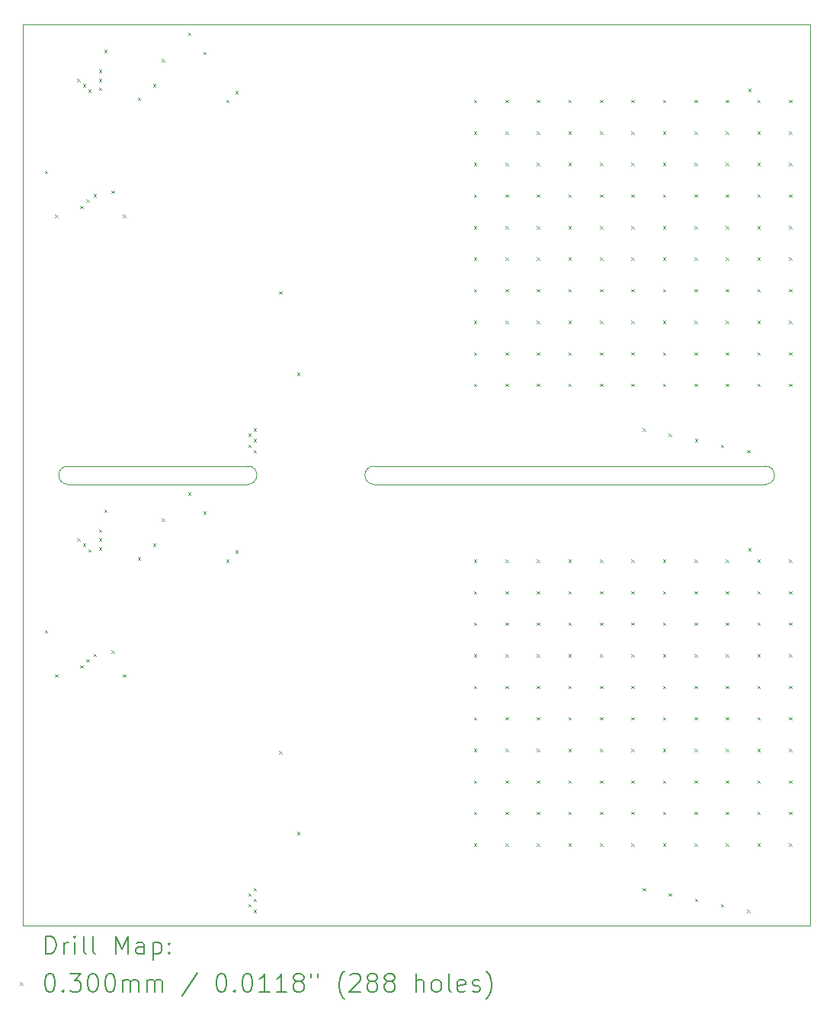
<source format=gbr>
%TF.GenerationSoftware,KiCad,Pcbnew,(6.0.9)*%
%TF.CreationDate,2023-02-03T02:11:28-05:00*%
%TF.ProjectId,businesscard_panel,62757369-6e65-4737-9363-6172645f7061,rev?*%
%TF.SameCoordinates,Original*%
%TF.FileFunction,Drillmap*%
%TF.FilePolarity,Positive*%
%FSLAX45Y45*%
G04 Gerber Fmt 4.5, Leading zero omitted, Abs format (unit mm)*
G04 Created by KiCad (PCBNEW (6.0.9)) date 2023-02-03 02:11:28*
%MOMM*%
%LPD*%
G01*
G04 APERTURE LIST*
%ADD10C,0.050000*%
%ADD11C,0.200000*%
%ADD12C,0.030000*%
G04 APERTURE END LIST*
D10*
X18750000Y-5000000D02*
X10000000Y-5000000D01*
X10000000Y-5000000D02*
X10000000Y-15000000D01*
X10000000Y-15000000D02*
X18750000Y-15000000D01*
X18750000Y-15000000D02*
X18750000Y-5000000D01*
X10500000Y-10100000D02*
X12500001Y-10100000D01*
X18250002Y-10100000D02*
G75*
G03*
X18250002Y-9900000I-2J100000D01*
G01*
X13900000Y-9900000D02*
G75*
G03*
X13900000Y-10100000I0J-100000D01*
G01*
X12500001Y-9900000D02*
X10500000Y-9900000D01*
X18250002Y-9900000D02*
X13900000Y-9900000D01*
X13900000Y-10100000D02*
X18250002Y-10100000D01*
X12500001Y-10100000D02*
G75*
G03*
X12500001Y-9900000I-1J100000D01*
G01*
X10500000Y-9900000D02*
G75*
G03*
X10500000Y-10100000I0J-100000D01*
G01*
D11*
D12*
X10245000Y-6620000D02*
X10275000Y-6650000D01*
X10275000Y-6620000D02*
X10245000Y-6650000D01*
X10245000Y-11720000D02*
X10275000Y-11750000D01*
X10275000Y-11720000D02*
X10245000Y-11750000D01*
X10360000Y-7110000D02*
X10390000Y-7140000D01*
X10390000Y-7110000D02*
X10360000Y-7140000D01*
X10360000Y-12210000D02*
X10390000Y-12240000D01*
X10390000Y-12210000D02*
X10360000Y-12240000D01*
X10605000Y-5600000D02*
X10635000Y-5630000D01*
X10635000Y-5600000D02*
X10605000Y-5630000D01*
X10605000Y-10700000D02*
X10635000Y-10730000D01*
X10635000Y-10700000D02*
X10605000Y-10730000D01*
X10635000Y-7010000D02*
X10665000Y-7040000D01*
X10665000Y-7010000D02*
X10635000Y-7040000D01*
X10635000Y-12110000D02*
X10665000Y-12140000D01*
X10665000Y-12110000D02*
X10635000Y-12140000D01*
X10665000Y-5660000D02*
X10695000Y-5690000D01*
X10695000Y-5660000D02*
X10665000Y-5690000D01*
X10665000Y-10760000D02*
X10695000Y-10790000D01*
X10695000Y-10760000D02*
X10665000Y-10790000D01*
X10705000Y-6940000D02*
X10735000Y-6970000D01*
X10735000Y-6940000D02*
X10705000Y-6970000D01*
X10705000Y-12040000D02*
X10735000Y-12070000D01*
X10735000Y-12040000D02*
X10705000Y-12070000D01*
X10725000Y-5720000D02*
X10755000Y-5750000D01*
X10755000Y-5720000D02*
X10725000Y-5750000D01*
X10725000Y-10820000D02*
X10755000Y-10850000D01*
X10755000Y-10820000D02*
X10725000Y-10850000D01*
X10785000Y-6880000D02*
X10815000Y-6910000D01*
X10815000Y-6880000D02*
X10785000Y-6910000D01*
X10785000Y-11980000D02*
X10815000Y-12010000D01*
X10815000Y-11980000D02*
X10785000Y-12010000D01*
X10845000Y-5500000D02*
X10875000Y-5530000D01*
X10875000Y-5500000D02*
X10845000Y-5530000D01*
X10845000Y-5600000D02*
X10875000Y-5630000D01*
X10875000Y-5600000D02*
X10845000Y-5630000D01*
X10845000Y-5700000D02*
X10875000Y-5730000D01*
X10875000Y-5700000D02*
X10845000Y-5730000D01*
X10845000Y-10600000D02*
X10875000Y-10630000D01*
X10875000Y-10600000D02*
X10845000Y-10630000D01*
X10845000Y-10700000D02*
X10875000Y-10730000D01*
X10875000Y-10700000D02*
X10845000Y-10730000D01*
X10845000Y-10800000D02*
X10875000Y-10830000D01*
X10875000Y-10800000D02*
X10845000Y-10830000D01*
X10905000Y-5280000D02*
X10935000Y-5310000D01*
X10935000Y-5280000D02*
X10905000Y-5310000D01*
X10905000Y-10380000D02*
X10935000Y-10410000D01*
X10935000Y-10380000D02*
X10905000Y-10410000D01*
X10982500Y-6842500D02*
X11012500Y-6872500D01*
X11012500Y-6842500D02*
X10982500Y-6872500D01*
X10982500Y-11942500D02*
X11012500Y-11972500D01*
X11012500Y-11942500D02*
X10982500Y-11972500D01*
X11110000Y-7110000D02*
X11140000Y-7140000D01*
X11140000Y-7110000D02*
X11110000Y-7140000D01*
X11110000Y-12210000D02*
X11140000Y-12240000D01*
X11140000Y-12210000D02*
X11110000Y-12240000D01*
X11275000Y-5810000D02*
X11305000Y-5840000D01*
X11305000Y-5810000D02*
X11275000Y-5840000D01*
X11275000Y-10910000D02*
X11305000Y-10940000D01*
X11305000Y-10910000D02*
X11275000Y-10940000D01*
X11445000Y-5660000D02*
X11475000Y-5690000D01*
X11475000Y-5660000D02*
X11445000Y-5690000D01*
X11445000Y-10760000D02*
X11475000Y-10790000D01*
X11475000Y-10760000D02*
X11445000Y-10790000D01*
X11545000Y-5380000D02*
X11575000Y-5410000D01*
X11575000Y-5380000D02*
X11545000Y-5410000D01*
X11545000Y-10480000D02*
X11575000Y-10510000D01*
X11575000Y-10480000D02*
X11545000Y-10510000D01*
X11835000Y-5090000D02*
X11865000Y-5120000D01*
X11865000Y-5090000D02*
X11835000Y-5120000D01*
X11835000Y-10190000D02*
X11865000Y-10220000D01*
X11865000Y-10190000D02*
X11835000Y-10220000D01*
X12005000Y-5300000D02*
X12035000Y-5330000D01*
X12035000Y-5300000D02*
X12005000Y-5330000D01*
X12005000Y-10400000D02*
X12035000Y-10430000D01*
X12035000Y-10400000D02*
X12005000Y-10430000D01*
X12260000Y-5835000D02*
X12290000Y-5865000D01*
X12290000Y-5835000D02*
X12260000Y-5865000D01*
X12260000Y-10935000D02*
X12290000Y-10965000D01*
X12290000Y-10935000D02*
X12260000Y-10965000D01*
X12360000Y-5735000D02*
X12390000Y-5765000D01*
X12390000Y-5735000D02*
X12360000Y-5765000D01*
X12360000Y-10835000D02*
X12390000Y-10865000D01*
X12390000Y-10835000D02*
X12360000Y-10865000D01*
X12505000Y-9540000D02*
X12535000Y-9570000D01*
X12535000Y-9540000D02*
X12505000Y-9570000D01*
X12505000Y-9660000D02*
X12535000Y-9690000D01*
X12535000Y-9660000D02*
X12505000Y-9690000D01*
X12505000Y-14640000D02*
X12535000Y-14670000D01*
X12535000Y-14640000D02*
X12505000Y-14670000D01*
X12505000Y-14760000D02*
X12535000Y-14790000D01*
X12535000Y-14760000D02*
X12505000Y-14790000D01*
X12565000Y-9480000D02*
X12595000Y-9510000D01*
X12595000Y-9480000D02*
X12565000Y-9510000D01*
X12565000Y-9600000D02*
X12595000Y-9630000D01*
X12595000Y-9600000D02*
X12565000Y-9630000D01*
X12565000Y-9720000D02*
X12595000Y-9750000D01*
X12595000Y-9720000D02*
X12565000Y-9750000D01*
X12565000Y-14580000D02*
X12595000Y-14610000D01*
X12595000Y-14580000D02*
X12565000Y-14610000D01*
X12565000Y-14700000D02*
X12595000Y-14730000D01*
X12595000Y-14700000D02*
X12565000Y-14730000D01*
X12565000Y-14820000D02*
X12595000Y-14850000D01*
X12595000Y-14820000D02*
X12565000Y-14850000D01*
X12845000Y-7960000D02*
X12875000Y-7990000D01*
X12875000Y-7960000D02*
X12845000Y-7990000D01*
X12845000Y-13060000D02*
X12875000Y-13090000D01*
X12875000Y-13060000D02*
X12845000Y-13090000D01*
X13045000Y-8860000D02*
X13075000Y-8890000D01*
X13075000Y-8860000D02*
X13045000Y-8890000D01*
X13045000Y-13960000D02*
X13075000Y-13990000D01*
X13075000Y-13960000D02*
X13045000Y-13990000D01*
X15010000Y-5835000D02*
X15040000Y-5865000D01*
X15040000Y-5835000D02*
X15010000Y-5865000D01*
X15010000Y-6185000D02*
X15040000Y-6215000D01*
X15040000Y-6185000D02*
X15010000Y-6215000D01*
X15010000Y-6535000D02*
X15040000Y-6565000D01*
X15040000Y-6535000D02*
X15010000Y-6565000D01*
X15010000Y-6885000D02*
X15040000Y-6915000D01*
X15040000Y-6885000D02*
X15010000Y-6915000D01*
X15010000Y-7235000D02*
X15040000Y-7265000D01*
X15040000Y-7235000D02*
X15010000Y-7265000D01*
X15010000Y-7585000D02*
X15040000Y-7615000D01*
X15040000Y-7585000D02*
X15010000Y-7615000D01*
X15010000Y-7935000D02*
X15040000Y-7965000D01*
X15040000Y-7935000D02*
X15010000Y-7965000D01*
X15010000Y-8285000D02*
X15040000Y-8315000D01*
X15040000Y-8285000D02*
X15010000Y-8315000D01*
X15010000Y-8635000D02*
X15040000Y-8665000D01*
X15040000Y-8635000D02*
X15010000Y-8665000D01*
X15010000Y-8985000D02*
X15040000Y-9015000D01*
X15040000Y-8985000D02*
X15010000Y-9015000D01*
X15010000Y-10935000D02*
X15040000Y-10965000D01*
X15040000Y-10935000D02*
X15010000Y-10965000D01*
X15010000Y-11285000D02*
X15040000Y-11315000D01*
X15040000Y-11285000D02*
X15010000Y-11315000D01*
X15010000Y-11635000D02*
X15040000Y-11665000D01*
X15040000Y-11635000D02*
X15010000Y-11665000D01*
X15010000Y-11985000D02*
X15040000Y-12015000D01*
X15040000Y-11985000D02*
X15010000Y-12015000D01*
X15010000Y-12335000D02*
X15040000Y-12365000D01*
X15040000Y-12335000D02*
X15010000Y-12365000D01*
X15010000Y-12685000D02*
X15040000Y-12715000D01*
X15040000Y-12685000D02*
X15010000Y-12715000D01*
X15010000Y-13035000D02*
X15040000Y-13065000D01*
X15040000Y-13035000D02*
X15010000Y-13065000D01*
X15010000Y-13385000D02*
X15040000Y-13415000D01*
X15040000Y-13385000D02*
X15010000Y-13415000D01*
X15010000Y-13735000D02*
X15040000Y-13765000D01*
X15040000Y-13735000D02*
X15010000Y-13765000D01*
X15010000Y-14085000D02*
X15040000Y-14115000D01*
X15040000Y-14085000D02*
X15010000Y-14115000D01*
X15360000Y-5835000D02*
X15390000Y-5865000D01*
X15390000Y-5835000D02*
X15360000Y-5865000D01*
X15360000Y-6185000D02*
X15390000Y-6215000D01*
X15390000Y-6185000D02*
X15360000Y-6215000D01*
X15360000Y-6535000D02*
X15390000Y-6565000D01*
X15390000Y-6535000D02*
X15360000Y-6565000D01*
X15360000Y-6885000D02*
X15390000Y-6915000D01*
X15390000Y-6885000D02*
X15360000Y-6915000D01*
X15360000Y-7235000D02*
X15390000Y-7265000D01*
X15390000Y-7235000D02*
X15360000Y-7265000D01*
X15360000Y-7585000D02*
X15390000Y-7615000D01*
X15390000Y-7585000D02*
X15360000Y-7615000D01*
X15360000Y-7935000D02*
X15390000Y-7965000D01*
X15390000Y-7935000D02*
X15360000Y-7965000D01*
X15360000Y-8285000D02*
X15390000Y-8315000D01*
X15390000Y-8285000D02*
X15360000Y-8315000D01*
X15360000Y-8635000D02*
X15390000Y-8665000D01*
X15390000Y-8635000D02*
X15360000Y-8665000D01*
X15360000Y-8985000D02*
X15390000Y-9015000D01*
X15390000Y-8985000D02*
X15360000Y-9015000D01*
X15360000Y-10935000D02*
X15390000Y-10965000D01*
X15390000Y-10935000D02*
X15360000Y-10965000D01*
X15360000Y-11285000D02*
X15390000Y-11315000D01*
X15390000Y-11285000D02*
X15360000Y-11315000D01*
X15360000Y-11635000D02*
X15390000Y-11665000D01*
X15390000Y-11635000D02*
X15360000Y-11665000D01*
X15360000Y-11985000D02*
X15390000Y-12015000D01*
X15390000Y-11985000D02*
X15360000Y-12015000D01*
X15360000Y-12335000D02*
X15390000Y-12365000D01*
X15390000Y-12335000D02*
X15360000Y-12365000D01*
X15360000Y-12685000D02*
X15390000Y-12715000D01*
X15390000Y-12685000D02*
X15360000Y-12715000D01*
X15360000Y-13035000D02*
X15390000Y-13065000D01*
X15390000Y-13035000D02*
X15360000Y-13065000D01*
X15360000Y-13385000D02*
X15390000Y-13415000D01*
X15390000Y-13385000D02*
X15360000Y-13415000D01*
X15360000Y-13735000D02*
X15390000Y-13765000D01*
X15390000Y-13735000D02*
X15360000Y-13765000D01*
X15360000Y-14085000D02*
X15390000Y-14115000D01*
X15390000Y-14085000D02*
X15360000Y-14115000D01*
X15710000Y-5835000D02*
X15740000Y-5865000D01*
X15740000Y-5835000D02*
X15710000Y-5865000D01*
X15710000Y-6185000D02*
X15740000Y-6215000D01*
X15740000Y-6185000D02*
X15710000Y-6215000D01*
X15710000Y-6535000D02*
X15740000Y-6565000D01*
X15740000Y-6535000D02*
X15710000Y-6565000D01*
X15710000Y-6885000D02*
X15740000Y-6915000D01*
X15740000Y-6885000D02*
X15710000Y-6915000D01*
X15710000Y-7235000D02*
X15740000Y-7265000D01*
X15740000Y-7235000D02*
X15710000Y-7265000D01*
X15710000Y-7585000D02*
X15740000Y-7615000D01*
X15740000Y-7585000D02*
X15710000Y-7615000D01*
X15710000Y-7935000D02*
X15740000Y-7965000D01*
X15740000Y-7935000D02*
X15710000Y-7965000D01*
X15710000Y-8285000D02*
X15740000Y-8315000D01*
X15740000Y-8285000D02*
X15710000Y-8315000D01*
X15710000Y-8635000D02*
X15740000Y-8665000D01*
X15740000Y-8635000D02*
X15710000Y-8665000D01*
X15710000Y-8985000D02*
X15740000Y-9015000D01*
X15740000Y-8985000D02*
X15710000Y-9015000D01*
X15710000Y-10935000D02*
X15740000Y-10965000D01*
X15740000Y-10935000D02*
X15710000Y-10965000D01*
X15710000Y-11285000D02*
X15740000Y-11315000D01*
X15740000Y-11285000D02*
X15710000Y-11315000D01*
X15710000Y-11635000D02*
X15740000Y-11665000D01*
X15740000Y-11635000D02*
X15710000Y-11665000D01*
X15710000Y-11985000D02*
X15740000Y-12015000D01*
X15740000Y-11985000D02*
X15710000Y-12015000D01*
X15710000Y-12335000D02*
X15740000Y-12365000D01*
X15740000Y-12335000D02*
X15710000Y-12365000D01*
X15710000Y-12685000D02*
X15740000Y-12715000D01*
X15740000Y-12685000D02*
X15710000Y-12715000D01*
X15710000Y-13035000D02*
X15740000Y-13065000D01*
X15740000Y-13035000D02*
X15710000Y-13065000D01*
X15710000Y-13385000D02*
X15740000Y-13415000D01*
X15740000Y-13385000D02*
X15710000Y-13415000D01*
X15710000Y-13735000D02*
X15740000Y-13765000D01*
X15740000Y-13735000D02*
X15710000Y-13765000D01*
X15710000Y-14085000D02*
X15740000Y-14115000D01*
X15740000Y-14085000D02*
X15710000Y-14115000D01*
X16060000Y-5835000D02*
X16090000Y-5865000D01*
X16090000Y-5835000D02*
X16060000Y-5865000D01*
X16060000Y-6185000D02*
X16090000Y-6215000D01*
X16090000Y-6185000D02*
X16060000Y-6215000D01*
X16060000Y-6535000D02*
X16090000Y-6565000D01*
X16090000Y-6535000D02*
X16060000Y-6565000D01*
X16060000Y-6885000D02*
X16090000Y-6915000D01*
X16090000Y-6885000D02*
X16060000Y-6915000D01*
X16060000Y-7235000D02*
X16090000Y-7265000D01*
X16090000Y-7235000D02*
X16060000Y-7265000D01*
X16060000Y-7585000D02*
X16090000Y-7615000D01*
X16090000Y-7585000D02*
X16060000Y-7615000D01*
X16060000Y-7935000D02*
X16090000Y-7965000D01*
X16090000Y-7935000D02*
X16060000Y-7965000D01*
X16060000Y-8285000D02*
X16090000Y-8315000D01*
X16090000Y-8285000D02*
X16060000Y-8315000D01*
X16060000Y-8635000D02*
X16090000Y-8665000D01*
X16090000Y-8635000D02*
X16060000Y-8665000D01*
X16060000Y-8985000D02*
X16090000Y-9015000D01*
X16090000Y-8985000D02*
X16060000Y-9015000D01*
X16060000Y-10935000D02*
X16090000Y-10965000D01*
X16090000Y-10935000D02*
X16060000Y-10965000D01*
X16060000Y-11285000D02*
X16090000Y-11315000D01*
X16090000Y-11285000D02*
X16060000Y-11315000D01*
X16060000Y-11635000D02*
X16090000Y-11665000D01*
X16090000Y-11635000D02*
X16060000Y-11665000D01*
X16060000Y-11985000D02*
X16090000Y-12015000D01*
X16090000Y-11985000D02*
X16060000Y-12015000D01*
X16060000Y-12335000D02*
X16090000Y-12365000D01*
X16090000Y-12335000D02*
X16060000Y-12365000D01*
X16060000Y-12685000D02*
X16090000Y-12715000D01*
X16090000Y-12685000D02*
X16060000Y-12715000D01*
X16060000Y-13035000D02*
X16090000Y-13065000D01*
X16090000Y-13035000D02*
X16060000Y-13065000D01*
X16060000Y-13385000D02*
X16090000Y-13415000D01*
X16090000Y-13385000D02*
X16060000Y-13415000D01*
X16060000Y-13735000D02*
X16090000Y-13765000D01*
X16090000Y-13735000D02*
X16060000Y-13765000D01*
X16060000Y-14085000D02*
X16090000Y-14115000D01*
X16090000Y-14085000D02*
X16060000Y-14115000D01*
X16410000Y-5835000D02*
X16440000Y-5865000D01*
X16440000Y-5835000D02*
X16410000Y-5865000D01*
X16410000Y-6185000D02*
X16440000Y-6215000D01*
X16440000Y-6185000D02*
X16410000Y-6215000D01*
X16410000Y-6535000D02*
X16440000Y-6565000D01*
X16440000Y-6535000D02*
X16410000Y-6565000D01*
X16410000Y-6885000D02*
X16440000Y-6915000D01*
X16440000Y-6885000D02*
X16410000Y-6915000D01*
X16410000Y-7235000D02*
X16440000Y-7265000D01*
X16440000Y-7235000D02*
X16410000Y-7265000D01*
X16410000Y-7585000D02*
X16440000Y-7615000D01*
X16440000Y-7585000D02*
X16410000Y-7615000D01*
X16410000Y-7935000D02*
X16440000Y-7965000D01*
X16440000Y-7935000D02*
X16410000Y-7965000D01*
X16410000Y-8285000D02*
X16440000Y-8315000D01*
X16440000Y-8285000D02*
X16410000Y-8315000D01*
X16410000Y-8635000D02*
X16440000Y-8665000D01*
X16440000Y-8635000D02*
X16410000Y-8665000D01*
X16410000Y-8985000D02*
X16440000Y-9015000D01*
X16440000Y-8985000D02*
X16410000Y-9015000D01*
X16410000Y-10935000D02*
X16440000Y-10965000D01*
X16440000Y-10935000D02*
X16410000Y-10965000D01*
X16410000Y-11285000D02*
X16440000Y-11315000D01*
X16440000Y-11285000D02*
X16410000Y-11315000D01*
X16410000Y-11635000D02*
X16440000Y-11665000D01*
X16440000Y-11635000D02*
X16410000Y-11665000D01*
X16410000Y-11985000D02*
X16440000Y-12015000D01*
X16440000Y-11985000D02*
X16410000Y-12015000D01*
X16410000Y-12335000D02*
X16440000Y-12365000D01*
X16440000Y-12335000D02*
X16410000Y-12365000D01*
X16410000Y-12685000D02*
X16440000Y-12715000D01*
X16440000Y-12685000D02*
X16410000Y-12715000D01*
X16410000Y-13035000D02*
X16440000Y-13065000D01*
X16440000Y-13035000D02*
X16410000Y-13065000D01*
X16410000Y-13385000D02*
X16440000Y-13415000D01*
X16440000Y-13385000D02*
X16410000Y-13415000D01*
X16410000Y-13735000D02*
X16440000Y-13765000D01*
X16440000Y-13735000D02*
X16410000Y-13765000D01*
X16410000Y-14085000D02*
X16440000Y-14115000D01*
X16440000Y-14085000D02*
X16410000Y-14115000D01*
X16760000Y-5835000D02*
X16790000Y-5865000D01*
X16790000Y-5835000D02*
X16760000Y-5865000D01*
X16760000Y-6185000D02*
X16790000Y-6215000D01*
X16790000Y-6185000D02*
X16760000Y-6215000D01*
X16760000Y-6535000D02*
X16790000Y-6565000D01*
X16790000Y-6535000D02*
X16760000Y-6565000D01*
X16760000Y-6885000D02*
X16790000Y-6915000D01*
X16790000Y-6885000D02*
X16760000Y-6915000D01*
X16760000Y-7235000D02*
X16790000Y-7265000D01*
X16790000Y-7235000D02*
X16760000Y-7265000D01*
X16760000Y-7585000D02*
X16790000Y-7615000D01*
X16790000Y-7585000D02*
X16760000Y-7615000D01*
X16760000Y-7935000D02*
X16790000Y-7965000D01*
X16790000Y-7935000D02*
X16760000Y-7965000D01*
X16760000Y-8285000D02*
X16790000Y-8315000D01*
X16790000Y-8285000D02*
X16760000Y-8315000D01*
X16760000Y-8635000D02*
X16790000Y-8665000D01*
X16790000Y-8635000D02*
X16760000Y-8665000D01*
X16760000Y-8985000D02*
X16790000Y-9015000D01*
X16790000Y-8985000D02*
X16760000Y-9015000D01*
X16760000Y-10935000D02*
X16790000Y-10965000D01*
X16790000Y-10935000D02*
X16760000Y-10965000D01*
X16760000Y-11285000D02*
X16790000Y-11315000D01*
X16790000Y-11285000D02*
X16760000Y-11315000D01*
X16760000Y-11635000D02*
X16790000Y-11665000D01*
X16790000Y-11635000D02*
X16760000Y-11665000D01*
X16760000Y-11985000D02*
X16790000Y-12015000D01*
X16790000Y-11985000D02*
X16760000Y-12015000D01*
X16760000Y-12335000D02*
X16790000Y-12365000D01*
X16790000Y-12335000D02*
X16760000Y-12365000D01*
X16760000Y-12685000D02*
X16790000Y-12715000D01*
X16790000Y-12685000D02*
X16760000Y-12715000D01*
X16760000Y-13035000D02*
X16790000Y-13065000D01*
X16790000Y-13035000D02*
X16760000Y-13065000D01*
X16760000Y-13385000D02*
X16790000Y-13415000D01*
X16790000Y-13385000D02*
X16760000Y-13415000D01*
X16760000Y-13735000D02*
X16790000Y-13765000D01*
X16790000Y-13735000D02*
X16760000Y-13765000D01*
X16760000Y-14085000D02*
X16790000Y-14115000D01*
X16790000Y-14085000D02*
X16760000Y-14115000D01*
X16884750Y-9480000D02*
X16914750Y-9510000D01*
X16914750Y-9480000D02*
X16884750Y-9510000D01*
X16884750Y-14580000D02*
X16914750Y-14610000D01*
X16914750Y-14580000D02*
X16884750Y-14610000D01*
X17110000Y-5835000D02*
X17140000Y-5865000D01*
X17140000Y-5835000D02*
X17110000Y-5865000D01*
X17110000Y-6185000D02*
X17140000Y-6215000D01*
X17140000Y-6185000D02*
X17110000Y-6215000D01*
X17110000Y-6535000D02*
X17140000Y-6565000D01*
X17140000Y-6535000D02*
X17110000Y-6565000D01*
X17110000Y-6885000D02*
X17140000Y-6915000D01*
X17140000Y-6885000D02*
X17110000Y-6915000D01*
X17110000Y-7235000D02*
X17140000Y-7265000D01*
X17140000Y-7235000D02*
X17110000Y-7265000D01*
X17110000Y-7585000D02*
X17140000Y-7615000D01*
X17140000Y-7585000D02*
X17110000Y-7615000D01*
X17110000Y-7935000D02*
X17140000Y-7965000D01*
X17140000Y-7935000D02*
X17110000Y-7965000D01*
X17110000Y-8285000D02*
X17140000Y-8315000D01*
X17140000Y-8285000D02*
X17110000Y-8315000D01*
X17110000Y-8635000D02*
X17140000Y-8665000D01*
X17140000Y-8635000D02*
X17110000Y-8665000D01*
X17110000Y-8985000D02*
X17140000Y-9015000D01*
X17140000Y-8985000D02*
X17110000Y-9015000D01*
X17110000Y-10935000D02*
X17140000Y-10965000D01*
X17140000Y-10935000D02*
X17110000Y-10965000D01*
X17110000Y-11285000D02*
X17140000Y-11315000D01*
X17140000Y-11285000D02*
X17110000Y-11315000D01*
X17110000Y-11635000D02*
X17140000Y-11665000D01*
X17140000Y-11635000D02*
X17110000Y-11665000D01*
X17110000Y-11985000D02*
X17140000Y-12015000D01*
X17140000Y-11985000D02*
X17110000Y-12015000D01*
X17110000Y-12335000D02*
X17140000Y-12365000D01*
X17140000Y-12335000D02*
X17110000Y-12365000D01*
X17110000Y-12685000D02*
X17140000Y-12715000D01*
X17140000Y-12685000D02*
X17110000Y-12715000D01*
X17110000Y-13035000D02*
X17140000Y-13065000D01*
X17140000Y-13035000D02*
X17110000Y-13065000D01*
X17110000Y-13385000D02*
X17140000Y-13415000D01*
X17140000Y-13385000D02*
X17110000Y-13415000D01*
X17110000Y-13735000D02*
X17140000Y-13765000D01*
X17140000Y-13735000D02*
X17110000Y-13765000D01*
X17110000Y-14085000D02*
X17140000Y-14115000D01*
X17140000Y-14085000D02*
X17110000Y-14115000D01*
X17174750Y-9540000D02*
X17204750Y-9570000D01*
X17204750Y-9540000D02*
X17174750Y-9570000D01*
X17174750Y-14640000D02*
X17204750Y-14670000D01*
X17204750Y-14640000D02*
X17174750Y-14670000D01*
X17460000Y-5835000D02*
X17490000Y-5865000D01*
X17490000Y-5835000D02*
X17460000Y-5865000D01*
X17460000Y-6185000D02*
X17490000Y-6215000D01*
X17490000Y-6185000D02*
X17460000Y-6215000D01*
X17460000Y-6535000D02*
X17490000Y-6565000D01*
X17490000Y-6535000D02*
X17460000Y-6565000D01*
X17460000Y-6885000D02*
X17490000Y-6915000D01*
X17490000Y-6885000D02*
X17460000Y-6915000D01*
X17460000Y-7235000D02*
X17490000Y-7265000D01*
X17490000Y-7235000D02*
X17460000Y-7265000D01*
X17460000Y-7585000D02*
X17490000Y-7615000D01*
X17490000Y-7585000D02*
X17460000Y-7615000D01*
X17460000Y-7935000D02*
X17490000Y-7965000D01*
X17490000Y-7935000D02*
X17460000Y-7965000D01*
X17460000Y-8285000D02*
X17490000Y-8315000D01*
X17490000Y-8285000D02*
X17460000Y-8315000D01*
X17460000Y-8635000D02*
X17490000Y-8665000D01*
X17490000Y-8635000D02*
X17460000Y-8665000D01*
X17460000Y-8985000D02*
X17490000Y-9015000D01*
X17490000Y-8985000D02*
X17460000Y-9015000D01*
X17460000Y-10935000D02*
X17490000Y-10965000D01*
X17490000Y-10935000D02*
X17460000Y-10965000D01*
X17460000Y-11285000D02*
X17490000Y-11315000D01*
X17490000Y-11285000D02*
X17460000Y-11315000D01*
X17460000Y-11635000D02*
X17490000Y-11665000D01*
X17490000Y-11635000D02*
X17460000Y-11665000D01*
X17460000Y-11985000D02*
X17490000Y-12015000D01*
X17490000Y-11985000D02*
X17460000Y-12015000D01*
X17460000Y-12335000D02*
X17490000Y-12365000D01*
X17490000Y-12335000D02*
X17460000Y-12365000D01*
X17460000Y-12685000D02*
X17490000Y-12715000D01*
X17490000Y-12685000D02*
X17460000Y-12715000D01*
X17460000Y-13035000D02*
X17490000Y-13065000D01*
X17490000Y-13035000D02*
X17460000Y-13065000D01*
X17460000Y-13385000D02*
X17490000Y-13415000D01*
X17490000Y-13385000D02*
X17460000Y-13415000D01*
X17460000Y-13735000D02*
X17490000Y-13765000D01*
X17490000Y-13735000D02*
X17460000Y-13765000D01*
X17460000Y-14085000D02*
X17490000Y-14115000D01*
X17490000Y-14085000D02*
X17460000Y-14115000D01*
X17465000Y-9600000D02*
X17495000Y-9630000D01*
X17495000Y-9600000D02*
X17465000Y-9630000D01*
X17465000Y-14700000D02*
X17495000Y-14730000D01*
X17495000Y-14700000D02*
X17465000Y-14730000D01*
X17754750Y-9660000D02*
X17784750Y-9690000D01*
X17784750Y-9660000D02*
X17754750Y-9690000D01*
X17754750Y-14760000D02*
X17784750Y-14790000D01*
X17784750Y-14760000D02*
X17754750Y-14790000D01*
X17810000Y-5835000D02*
X17840000Y-5865000D01*
X17840000Y-5835000D02*
X17810000Y-5865000D01*
X17810000Y-6185000D02*
X17840000Y-6215000D01*
X17840000Y-6185000D02*
X17810000Y-6215000D01*
X17810000Y-6535000D02*
X17840000Y-6565000D01*
X17840000Y-6535000D02*
X17810000Y-6565000D01*
X17810000Y-6885000D02*
X17840000Y-6915000D01*
X17840000Y-6885000D02*
X17810000Y-6915000D01*
X17810000Y-7235000D02*
X17840000Y-7265000D01*
X17840000Y-7235000D02*
X17810000Y-7265000D01*
X17810000Y-7585000D02*
X17840000Y-7615000D01*
X17840000Y-7585000D02*
X17810000Y-7615000D01*
X17810000Y-7935000D02*
X17840000Y-7965000D01*
X17840000Y-7935000D02*
X17810000Y-7965000D01*
X17810000Y-8285000D02*
X17840000Y-8315000D01*
X17840000Y-8285000D02*
X17810000Y-8315000D01*
X17810000Y-8635000D02*
X17840000Y-8665000D01*
X17840000Y-8635000D02*
X17810000Y-8665000D01*
X17810000Y-8985000D02*
X17840000Y-9015000D01*
X17840000Y-8985000D02*
X17810000Y-9015000D01*
X17810000Y-10935000D02*
X17840000Y-10965000D01*
X17840000Y-10935000D02*
X17810000Y-10965000D01*
X17810000Y-11285000D02*
X17840000Y-11315000D01*
X17840000Y-11285000D02*
X17810000Y-11315000D01*
X17810000Y-11635000D02*
X17840000Y-11665000D01*
X17840000Y-11635000D02*
X17810000Y-11665000D01*
X17810000Y-11985000D02*
X17840000Y-12015000D01*
X17840000Y-11985000D02*
X17810000Y-12015000D01*
X17810000Y-12335000D02*
X17840000Y-12365000D01*
X17840000Y-12335000D02*
X17810000Y-12365000D01*
X17810000Y-12685000D02*
X17840000Y-12715000D01*
X17840000Y-12685000D02*
X17810000Y-12715000D01*
X17810000Y-13035000D02*
X17840000Y-13065000D01*
X17840000Y-13035000D02*
X17810000Y-13065000D01*
X17810000Y-13385000D02*
X17840000Y-13415000D01*
X17840000Y-13385000D02*
X17810000Y-13415000D01*
X17810000Y-13735000D02*
X17840000Y-13765000D01*
X17840000Y-13735000D02*
X17810000Y-13765000D01*
X17810000Y-14085000D02*
X17840000Y-14115000D01*
X17840000Y-14085000D02*
X17810000Y-14115000D01*
X18045000Y-9720000D02*
X18075000Y-9750000D01*
X18075000Y-9720000D02*
X18045000Y-9750000D01*
X18045000Y-14820000D02*
X18075000Y-14850000D01*
X18075000Y-14820000D02*
X18045000Y-14850000D01*
X18060000Y-5710000D02*
X18090000Y-5740000D01*
X18090000Y-5710000D02*
X18060000Y-5740000D01*
X18060000Y-10810000D02*
X18090000Y-10840000D01*
X18090000Y-10810000D02*
X18060000Y-10840000D01*
X18160000Y-5835000D02*
X18190000Y-5865000D01*
X18190000Y-5835000D02*
X18160000Y-5865000D01*
X18160000Y-6185000D02*
X18190000Y-6215000D01*
X18190000Y-6185000D02*
X18160000Y-6215000D01*
X18160000Y-6535000D02*
X18190000Y-6565000D01*
X18190000Y-6535000D02*
X18160000Y-6565000D01*
X18160000Y-6885000D02*
X18190000Y-6915000D01*
X18190000Y-6885000D02*
X18160000Y-6915000D01*
X18160000Y-7235000D02*
X18190000Y-7265000D01*
X18190000Y-7235000D02*
X18160000Y-7265000D01*
X18160000Y-7585000D02*
X18190000Y-7615000D01*
X18190000Y-7585000D02*
X18160000Y-7615000D01*
X18160000Y-7935000D02*
X18190000Y-7965000D01*
X18190000Y-7935000D02*
X18160000Y-7965000D01*
X18160000Y-8285000D02*
X18190000Y-8315000D01*
X18190000Y-8285000D02*
X18160000Y-8315000D01*
X18160000Y-8635000D02*
X18190000Y-8665000D01*
X18190000Y-8635000D02*
X18160000Y-8665000D01*
X18160000Y-8985000D02*
X18190000Y-9015000D01*
X18190000Y-8985000D02*
X18160000Y-9015000D01*
X18160000Y-10935000D02*
X18190000Y-10965000D01*
X18190000Y-10935000D02*
X18160000Y-10965000D01*
X18160000Y-11285000D02*
X18190000Y-11315000D01*
X18190000Y-11285000D02*
X18160000Y-11315000D01*
X18160000Y-11635000D02*
X18190000Y-11665000D01*
X18190000Y-11635000D02*
X18160000Y-11665000D01*
X18160000Y-11985000D02*
X18190000Y-12015000D01*
X18190000Y-11985000D02*
X18160000Y-12015000D01*
X18160000Y-12335000D02*
X18190000Y-12365000D01*
X18190000Y-12335000D02*
X18160000Y-12365000D01*
X18160000Y-12685000D02*
X18190000Y-12715000D01*
X18190000Y-12685000D02*
X18160000Y-12715000D01*
X18160000Y-13035000D02*
X18190000Y-13065000D01*
X18190000Y-13035000D02*
X18160000Y-13065000D01*
X18160000Y-13385000D02*
X18190000Y-13415000D01*
X18190000Y-13385000D02*
X18160000Y-13415000D01*
X18160000Y-13735000D02*
X18190000Y-13765000D01*
X18190000Y-13735000D02*
X18160000Y-13765000D01*
X18160000Y-14085000D02*
X18190000Y-14115000D01*
X18190000Y-14085000D02*
X18160000Y-14115000D01*
X18510000Y-5835000D02*
X18540000Y-5865000D01*
X18540000Y-5835000D02*
X18510000Y-5865000D01*
X18510000Y-6185000D02*
X18540000Y-6215000D01*
X18540000Y-6185000D02*
X18510000Y-6215000D01*
X18510000Y-6535000D02*
X18540000Y-6565000D01*
X18540000Y-6535000D02*
X18510000Y-6565000D01*
X18510000Y-6885000D02*
X18540000Y-6915000D01*
X18540000Y-6885000D02*
X18510000Y-6915000D01*
X18510000Y-7235000D02*
X18540000Y-7265000D01*
X18540000Y-7235000D02*
X18510000Y-7265000D01*
X18510000Y-7585000D02*
X18540000Y-7615000D01*
X18540000Y-7585000D02*
X18510000Y-7615000D01*
X18510000Y-7935000D02*
X18540000Y-7965000D01*
X18540000Y-7935000D02*
X18510000Y-7965000D01*
X18510000Y-8285000D02*
X18540000Y-8315000D01*
X18540000Y-8285000D02*
X18510000Y-8315000D01*
X18510000Y-8635000D02*
X18540000Y-8665000D01*
X18540000Y-8635000D02*
X18510000Y-8665000D01*
X18510000Y-8985000D02*
X18540000Y-9015000D01*
X18540000Y-8985000D02*
X18510000Y-9015000D01*
X18510000Y-10935000D02*
X18540000Y-10965000D01*
X18540000Y-10935000D02*
X18510000Y-10965000D01*
X18510000Y-11285000D02*
X18540000Y-11315000D01*
X18540000Y-11285000D02*
X18510000Y-11315000D01*
X18510000Y-11635000D02*
X18540000Y-11665000D01*
X18540000Y-11635000D02*
X18510000Y-11665000D01*
X18510000Y-11985000D02*
X18540000Y-12015000D01*
X18540000Y-11985000D02*
X18510000Y-12015000D01*
X18510000Y-12335000D02*
X18540000Y-12365000D01*
X18540000Y-12335000D02*
X18510000Y-12365000D01*
X18510000Y-12685000D02*
X18540000Y-12715000D01*
X18540000Y-12685000D02*
X18510000Y-12715000D01*
X18510000Y-13035000D02*
X18540000Y-13065000D01*
X18540000Y-13035000D02*
X18510000Y-13065000D01*
X18510000Y-13385000D02*
X18540000Y-13415000D01*
X18540000Y-13385000D02*
X18510000Y-13415000D01*
X18510000Y-13735000D02*
X18540000Y-13765000D01*
X18540000Y-13735000D02*
X18510000Y-13765000D01*
X18510000Y-14085000D02*
X18540000Y-14115000D01*
X18540000Y-14085000D02*
X18510000Y-14115000D01*
D11*
X10255119Y-15312976D02*
X10255119Y-15112976D01*
X10302738Y-15112976D01*
X10331310Y-15122500D01*
X10350357Y-15141548D01*
X10359881Y-15160595D01*
X10369405Y-15198690D01*
X10369405Y-15227262D01*
X10359881Y-15265357D01*
X10350357Y-15284405D01*
X10331310Y-15303452D01*
X10302738Y-15312976D01*
X10255119Y-15312976D01*
X10455119Y-15312976D02*
X10455119Y-15179643D01*
X10455119Y-15217738D02*
X10464643Y-15198690D01*
X10474167Y-15189167D01*
X10493214Y-15179643D01*
X10512262Y-15179643D01*
X10578929Y-15312976D02*
X10578929Y-15179643D01*
X10578929Y-15112976D02*
X10569405Y-15122500D01*
X10578929Y-15132024D01*
X10588452Y-15122500D01*
X10578929Y-15112976D01*
X10578929Y-15132024D01*
X10702738Y-15312976D02*
X10683690Y-15303452D01*
X10674167Y-15284405D01*
X10674167Y-15112976D01*
X10807500Y-15312976D02*
X10788452Y-15303452D01*
X10778929Y-15284405D01*
X10778929Y-15112976D01*
X11036071Y-15312976D02*
X11036071Y-15112976D01*
X11102738Y-15255833D01*
X11169405Y-15112976D01*
X11169405Y-15312976D01*
X11350357Y-15312976D02*
X11350357Y-15208214D01*
X11340833Y-15189167D01*
X11321786Y-15179643D01*
X11283690Y-15179643D01*
X11264643Y-15189167D01*
X11350357Y-15303452D02*
X11331309Y-15312976D01*
X11283690Y-15312976D01*
X11264643Y-15303452D01*
X11255119Y-15284405D01*
X11255119Y-15265357D01*
X11264643Y-15246309D01*
X11283690Y-15236786D01*
X11331309Y-15236786D01*
X11350357Y-15227262D01*
X11445595Y-15179643D02*
X11445595Y-15379643D01*
X11445595Y-15189167D02*
X11464643Y-15179643D01*
X11502738Y-15179643D01*
X11521786Y-15189167D01*
X11531309Y-15198690D01*
X11540833Y-15217738D01*
X11540833Y-15274881D01*
X11531309Y-15293928D01*
X11521786Y-15303452D01*
X11502738Y-15312976D01*
X11464643Y-15312976D01*
X11445595Y-15303452D01*
X11626548Y-15293928D02*
X11636071Y-15303452D01*
X11626548Y-15312976D01*
X11617024Y-15303452D01*
X11626548Y-15293928D01*
X11626548Y-15312976D01*
X11626548Y-15189167D02*
X11636071Y-15198690D01*
X11626548Y-15208214D01*
X11617024Y-15198690D01*
X11626548Y-15189167D01*
X11626548Y-15208214D01*
D12*
X9967500Y-15627500D02*
X9997500Y-15657500D01*
X9997500Y-15627500D02*
X9967500Y-15657500D01*
D11*
X10293214Y-15532976D02*
X10312262Y-15532976D01*
X10331310Y-15542500D01*
X10340833Y-15552024D01*
X10350357Y-15571071D01*
X10359881Y-15609167D01*
X10359881Y-15656786D01*
X10350357Y-15694881D01*
X10340833Y-15713928D01*
X10331310Y-15723452D01*
X10312262Y-15732976D01*
X10293214Y-15732976D01*
X10274167Y-15723452D01*
X10264643Y-15713928D01*
X10255119Y-15694881D01*
X10245595Y-15656786D01*
X10245595Y-15609167D01*
X10255119Y-15571071D01*
X10264643Y-15552024D01*
X10274167Y-15542500D01*
X10293214Y-15532976D01*
X10445595Y-15713928D02*
X10455119Y-15723452D01*
X10445595Y-15732976D01*
X10436071Y-15723452D01*
X10445595Y-15713928D01*
X10445595Y-15732976D01*
X10521786Y-15532976D02*
X10645595Y-15532976D01*
X10578929Y-15609167D01*
X10607500Y-15609167D01*
X10626548Y-15618690D01*
X10636071Y-15628214D01*
X10645595Y-15647262D01*
X10645595Y-15694881D01*
X10636071Y-15713928D01*
X10626548Y-15723452D01*
X10607500Y-15732976D01*
X10550357Y-15732976D01*
X10531310Y-15723452D01*
X10521786Y-15713928D01*
X10769405Y-15532976D02*
X10788452Y-15532976D01*
X10807500Y-15542500D01*
X10817024Y-15552024D01*
X10826548Y-15571071D01*
X10836071Y-15609167D01*
X10836071Y-15656786D01*
X10826548Y-15694881D01*
X10817024Y-15713928D01*
X10807500Y-15723452D01*
X10788452Y-15732976D01*
X10769405Y-15732976D01*
X10750357Y-15723452D01*
X10740833Y-15713928D01*
X10731310Y-15694881D01*
X10721786Y-15656786D01*
X10721786Y-15609167D01*
X10731310Y-15571071D01*
X10740833Y-15552024D01*
X10750357Y-15542500D01*
X10769405Y-15532976D01*
X10959881Y-15532976D02*
X10978929Y-15532976D01*
X10997976Y-15542500D01*
X11007500Y-15552024D01*
X11017024Y-15571071D01*
X11026548Y-15609167D01*
X11026548Y-15656786D01*
X11017024Y-15694881D01*
X11007500Y-15713928D01*
X10997976Y-15723452D01*
X10978929Y-15732976D01*
X10959881Y-15732976D01*
X10940833Y-15723452D01*
X10931310Y-15713928D01*
X10921786Y-15694881D01*
X10912262Y-15656786D01*
X10912262Y-15609167D01*
X10921786Y-15571071D01*
X10931310Y-15552024D01*
X10940833Y-15542500D01*
X10959881Y-15532976D01*
X11112262Y-15732976D02*
X11112262Y-15599643D01*
X11112262Y-15618690D02*
X11121786Y-15609167D01*
X11140833Y-15599643D01*
X11169405Y-15599643D01*
X11188452Y-15609167D01*
X11197976Y-15628214D01*
X11197976Y-15732976D01*
X11197976Y-15628214D02*
X11207500Y-15609167D01*
X11226548Y-15599643D01*
X11255119Y-15599643D01*
X11274167Y-15609167D01*
X11283690Y-15628214D01*
X11283690Y-15732976D01*
X11378928Y-15732976D02*
X11378928Y-15599643D01*
X11378928Y-15618690D02*
X11388452Y-15609167D01*
X11407500Y-15599643D01*
X11436071Y-15599643D01*
X11455119Y-15609167D01*
X11464643Y-15628214D01*
X11464643Y-15732976D01*
X11464643Y-15628214D02*
X11474167Y-15609167D01*
X11493214Y-15599643D01*
X11521786Y-15599643D01*
X11540833Y-15609167D01*
X11550357Y-15628214D01*
X11550357Y-15732976D01*
X11940833Y-15523452D02*
X11769405Y-15780595D01*
X12197976Y-15532976D02*
X12217024Y-15532976D01*
X12236071Y-15542500D01*
X12245595Y-15552024D01*
X12255119Y-15571071D01*
X12264643Y-15609167D01*
X12264643Y-15656786D01*
X12255119Y-15694881D01*
X12245595Y-15713928D01*
X12236071Y-15723452D01*
X12217024Y-15732976D01*
X12197976Y-15732976D01*
X12178928Y-15723452D01*
X12169405Y-15713928D01*
X12159881Y-15694881D01*
X12150357Y-15656786D01*
X12150357Y-15609167D01*
X12159881Y-15571071D01*
X12169405Y-15552024D01*
X12178928Y-15542500D01*
X12197976Y-15532976D01*
X12350357Y-15713928D02*
X12359881Y-15723452D01*
X12350357Y-15732976D01*
X12340833Y-15723452D01*
X12350357Y-15713928D01*
X12350357Y-15732976D01*
X12483690Y-15532976D02*
X12502738Y-15532976D01*
X12521786Y-15542500D01*
X12531309Y-15552024D01*
X12540833Y-15571071D01*
X12550357Y-15609167D01*
X12550357Y-15656786D01*
X12540833Y-15694881D01*
X12531309Y-15713928D01*
X12521786Y-15723452D01*
X12502738Y-15732976D01*
X12483690Y-15732976D01*
X12464643Y-15723452D01*
X12455119Y-15713928D01*
X12445595Y-15694881D01*
X12436071Y-15656786D01*
X12436071Y-15609167D01*
X12445595Y-15571071D01*
X12455119Y-15552024D01*
X12464643Y-15542500D01*
X12483690Y-15532976D01*
X12740833Y-15732976D02*
X12626548Y-15732976D01*
X12683690Y-15732976D02*
X12683690Y-15532976D01*
X12664643Y-15561548D01*
X12645595Y-15580595D01*
X12626548Y-15590119D01*
X12931309Y-15732976D02*
X12817024Y-15732976D01*
X12874167Y-15732976D02*
X12874167Y-15532976D01*
X12855119Y-15561548D01*
X12836071Y-15580595D01*
X12817024Y-15590119D01*
X13045595Y-15618690D02*
X13026548Y-15609167D01*
X13017024Y-15599643D01*
X13007500Y-15580595D01*
X13007500Y-15571071D01*
X13017024Y-15552024D01*
X13026548Y-15542500D01*
X13045595Y-15532976D01*
X13083690Y-15532976D01*
X13102738Y-15542500D01*
X13112262Y-15552024D01*
X13121786Y-15571071D01*
X13121786Y-15580595D01*
X13112262Y-15599643D01*
X13102738Y-15609167D01*
X13083690Y-15618690D01*
X13045595Y-15618690D01*
X13026548Y-15628214D01*
X13017024Y-15637738D01*
X13007500Y-15656786D01*
X13007500Y-15694881D01*
X13017024Y-15713928D01*
X13026548Y-15723452D01*
X13045595Y-15732976D01*
X13083690Y-15732976D01*
X13102738Y-15723452D01*
X13112262Y-15713928D01*
X13121786Y-15694881D01*
X13121786Y-15656786D01*
X13112262Y-15637738D01*
X13102738Y-15628214D01*
X13083690Y-15618690D01*
X13197976Y-15532976D02*
X13197976Y-15571071D01*
X13274167Y-15532976D02*
X13274167Y-15571071D01*
X13569405Y-15809167D02*
X13559881Y-15799643D01*
X13540833Y-15771071D01*
X13531309Y-15752024D01*
X13521786Y-15723452D01*
X13512262Y-15675833D01*
X13512262Y-15637738D01*
X13521786Y-15590119D01*
X13531309Y-15561548D01*
X13540833Y-15542500D01*
X13559881Y-15513928D01*
X13569405Y-15504405D01*
X13636071Y-15552024D02*
X13645595Y-15542500D01*
X13664643Y-15532976D01*
X13712262Y-15532976D01*
X13731309Y-15542500D01*
X13740833Y-15552024D01*
X13750357Y-15571071D01*
X13750357Y-15590119D01*
X13740833Y-15618690D01*
X13626548Y-15732976D01*
X13750357Y-15732976D01*
X13864643Y-15618690D02*
X13845595Y-15609167D01*
X13836071Y-15599643D01*
X13826548Y-15580595D01*
X13826548Y-15571071D01*
X13836071Y-15552024D01*
X13845595Y-15542500D01*
X13864643Y-15532976D01*
X13902738Y-15532976D01*
X13921786Y-15542500D01*
X13931309Y-15552024D01*
X13940833Y-15571071D01*
X13940833Y-15580595D01*
X13931309Y-15599643D01*
X13921786Y-15609167D01*
X13902738Y-15618690D01*
X13864643Y-15618690D01*
X13845595Y-15628214D01*
X13836071Y-15637738D01*
X13826548Y-15656786D01*
X13826548Y-15694881D01*
X13836071Y-15713928D01*
X13845595Y-15723452D01*
X13864643Y-15732976D01*
X13902738Y-15732976D01*
X13921786Y-15723452D01*
X13931309Y-15713928D01*
X13940833Y-15694881D01*
X13940833Y-15656786D01*
X13931309Y-15637738D01*
X13921786Y-15628214D01*
X13902738Y-15618690D01*
X14055119Y-15618690D02*
X14036071Y-15609167D01*
X14026548Y-15599643D01*
X14017024Y-15580595D01*
X14017024Y-15571071D01*
X14026548Y-15552024D01*
X14036071Y-15542500D01*
X14055119Y-15532976D01*
X14093214Y-15532976D01*
X14112262Y-15542500D01*
X14121786Y-15552024D01*
X14131309Y-15571071D01*
X14131309Y-15580595D01*
X14121786Y-15599643D01*
X14112262Y-15609167D01*
X14093214Y-15618690D01*
X14055119Y-15618690D01*
X14036071Y-15628214D01*
X14026548Y-15637738D01*
X14017024Y-15656786D01*
X14017024Y-15694881D01*
X14026548Y-15713928D01*
X14036071Y-15723452D01*
X14055119Y-15732976D01*
X14093214Y-15732976D01*
X14112262Y-15723452D01*
X14121786Y-15713928D01*
X14131309Y-15694881D01*
X14131309Y-15656786D01*
X14121786Y-15637738D01*
X14112262Y-15628214D01*
X14093214Y-15618690D01*
X14369405Y-15732976D02*
X14369405Y-15532976D01*
X14455119Y-15732976D02*
X14455119Y-15628214D01*
X14445595Y-15609167D01*
X14426548Y-15599643D01*
X14397976Y-15599643D01*
X14378928Y-15609167D01*
X14369405Y-15618690D01*
X14578928Y-15732976D02*
X14559881Y-15723452D01*
X14550357Y-15713928D01*
X14540833Y-15694881D01*
X14540833Y-15637738D01*
X14550357Y-15618690D01*
X14559881Y-15609167D01*
X14578928Y-15599643D01*
X14607500Y-15599643D01*
X14626548Y-15609167D01*
X14636071Y-15618690D01*
X14645595Y-15637738D01*
X14645595Y-15694881D01*
X14636071Y-15713928D01*
X14626548Y-15723452D01*
X14607500Y-15732976D01*
X14578928Y-15732976D01*
X14759881Y-15732976D02*
X14740833Y-15723452D01*
X14731309Y-15704405D01*
X14731309Y-15532976D01*
X14912262Y-15723452D02*
X14893214Y-15732976D01*
X14855119Y-15732976D01*
X14836071Y-15723452D01*
X14826548Y-15704405D01*
X14826548Y-15628214D01*
X14836071Y-15609167D01*
X14855119Y-15599643D01*
X14893214Y-15599643D01*
X14912262Y-15609167D01*
X14921786Y-15628214D01*
X14921786Y-15647262D01*
X14826548Y-15666309D01*
X14997976Y-15723452D02*
X15017024Y-15732976D01*
X15055119Y-15732976D01*
X15074167Y-15723452D01*
X15083690Y-15704405D01*
X15083690Y-15694881D01*
X15074167Y-15675833D01*
X15055119Y-15666309D01*
X15026548Y-15666309D01*
X15007500Y-15656786D01*
X14997976Y-15637738D01*
X14997976Y-15628214D01*
X15007500Y-15609167D01*
X15026548Y-15599643D01*
X15055119Y-15599643D01*
X15074167Y-15609167D01*
X15150357Y-15809167D02*
X15159881Y-15799643D01*
X15178928Y-15771071D01*
X15188452Y-15752024D01*
X15197976Y-15723452D01*
X15207500Y-15675833D01*
X15207500Y-15637738D01*
X15197976Y-15590119D01*
X15188452Y-15561548D01*
X15178928Y-15542500D01*
X15159881Y-15513928D01*
X15150357Y-15504405D01*
M02*

</source>
